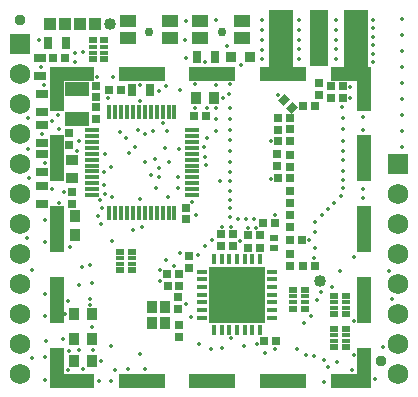
<source format=gbr>
%TF.GenerationSoftware,Altium Limited,Altium Designer,21.4.1 (30)*%
G04 Layer_Color=8388736*
%FSLAX26Y26*%
%MOIN*%
%TF.SameCoordinates,A13BDBB0-CAD7-4838-8454-AA6E24CDD61A*%
%TF.FilePolarity,Negative*%
%TF.FileFunction,Soldermask,Top*%
%TF.Part,Single*%
G01*
G75*
%TA.AperFunction,SMDPad,CuDef*%
%ADD19C,0.040000*%
%ADD28R,0.062992X0.185039*%
%ADD30R,0.040000X0.040000*%
%ADD34R,0.188976X0.188976*%
%ADD37R,0.011811X0.047244*%
%ADD38R,0.047244X0.011811*%
%ADD41R,0.055118X0.041339*%
%TA.AperFunction,FiducialPad,Global*%
%ADD64C,0.037402*%
%TA.AperFunction,SMDPad,CuDef*%
%ADD65R,0.039906X0.029906*%
%ADD68R,0.084646X0.190945*%
%TA.AperFunction,ComponentPad*%
%ADD69C,0.068898*%
%ADD70R,0.068898X0.068898*%
%TA.AperFunction,ViaPad*%
%ADD71C,0.013780*%
%ADD72C,0.029528*%
%ADD73C,0.025591*%
%ADD74C,0.027559*%
%TA.AperFunction,NonConductor*%
%ADD80R,0.084756X0.016737*%
%ADD81R,0.084710X0.016737*%
%TA.AperFunction,SMDPad,CuDef*%
%ADD82R,0.029528X0.025591*%
%ADD83R,0.080709X0.049213*%
%ADD84R,0.037402X0.037402*%
%ADD85R,0.029906X0.039906*%
%ADD86R,0.025591X0.029528*%
%ADD87R,0.146457X0.045276*%
%ADD88R,0.133465X0.045276*%
%ADD89R,0.045276X0.133465*%
%ADD90R,0.045276X0.146457*%
%ADD91R,0.045276X0.155512*%
%ADD92R,0.155512X0.045276*%
%ADD93R,0.039906X0.035906*%
%ADD94R,0.031496X0.019685*%
%ADD95R,0.035433X0.017717*%
%ADD96R,0.017717X0.035433*%
%ADD97R,0.033906X0.039906*%
%ADD98R,0.037402X0.041339*%
%ADD99R,0.025591X0.021654*%
%ADD100R,0.025591X0.017717*%
%ADD101R,0.035906X0.039906*%
G04:AMPARAMS|DCode=102|XSize=25.591mil|YSize=29.528mil|CornerRadius=0mil|HoleSize=0mil|Usage=FLASHONLY|Rotation=315.000|XOffset=0mil|YOffset=0mil|HoleType=Round|Shape=Rectangle|*
%AMROTATEDRECTD102*
4,1,4,-0.019487,-0.001392,0.001392,0.019487,0.019487,0.001392,-0.001392,-0.019487,-0.019487,-0.001392,0.0*
%
%ADD102ROTATEDRECTD102*%

D19*
X1036934Y360043D02*
D03*
X339371Y1214843D02*
D03*
D28*
X1033854Y1170558D02*
D03*
D30*
X289371Y1214843D02*
D03*
X239371D02*
D03*
X189371D02*
D03*
X139371D02*
D03*
D34*
X761969Y313976D02*
D03*
D37*
X336538Y921006D02*
D03*
X356223D02*
D03*
X375908D02*
D03*
X395593D02*
D03*
X415278D02*
D03*
X434964D02*
D03*
X454649D02*
D03*
X474334D02*
D03*
X494019D02*
D03*
X513704D02*
D03*
X533389D02*
D03*
X553074D02*
D03*
Y586360D02*
D03*
X533389D02*
D03*
X513704D02*
D03*
X494019D02*
D03*
X474334D02*
D03*
X454649D02*
D03*
X434964D02*
D03*
X415278D02*
D03*
X395593D02*
D03*
X375908D02*
D03*
X356223D02*
D03*
X336538D02*
D03*
D38*
X612129Y861951D02*
D03*
Y842266D02*
D03*
Y822581D02*
D03*
Y802896D02*
D03*
Y783211D02*
D03*
Y763525D02*
D03*
Y743841D02*
D03*
Y724155D02*
D03*
Y704470D02*
D03*
Y684785D02*
D03*
Y665100D02*
D03*
Y645415D02*
D03*
X277483D02*
D03*
Y665100D02*
D03*
Y684785D02*
D03*
Y704470D02*
D03*
Y724155D02*
D03*
Y743841D02*
D03*
Y763525D02*
D03*
Y783211D02*
D03*
Y802896D02*
D03*
Y822581D02*
D03*
Y842266D02*
D03*
Y861951D02*
D03*
D41*
X637795Y1225394D02*
D03*
X779528D02*
D03*
X637795Y1168307D02*
D03*
X779528D02*
D03*
X539231D02*
D03*
X397499D02*
D03*
X539231Y1225394D02*
D03*
X397499D02*
D03*
D64*
X39372Y1228985D02*
D03*
X1243154Y91281D02*
D03*
D65*
X110237Y981738D02*
D03*
Y921738D02*
D03*
Y780903D02*
D03*
Y720903D02*
D03*
Y616031D02*
D03*
Y676031D02*
D03*
Y819116D02*
D03*
Y879116D02*
D03*
X106290Y1103784D02*
D03*
Y1043784D02*
D03*
D68*
X908038Y1170558D02*
D03*
X1159681D02*
D03*
D69*
X39369Y49999D02*
D03*
Y149999D02*
D03*
X39372Y750002D02*
D03*
Y850002D02*
D03*
Y950002D02*
D03*
Y1050002D02*
D03*
Y650002D02*
D03*
Y550002D02*
D03*
Y450002D02*
D03*
Y350002D02*
D03*
Y250002D02*
D03*
X1299213Y350000D02*
D03*
Y450000D02*
D03*
Y550000D02*
D03*
Y650000D02*
D03*
Y250000D02*
D03*
Y150000D02*
D03*
Y50001D02*
D03*
D70*
X39372Y1150002D02*
D03*
X1299213Y750000D02*
D03*
D71*
X1248205Y139780D02*
D03*
X623906Y579844D02*
D03*
X342387Y142477D02*
D03*
X636198Y148636D02*
D03*
X168940Y864339D02*
D03*
X455659Y756120D02*
D03*
X422294Y806270D02*
D03*
X372047Y856217D02*
D03*
X390822Y836043D02*
D03*
X486807Y764996D02*
D03*
X402399Y787190D02*
D03*
X295585Y1038552D02*
D03*
X346766Y1039580D02*
D03*
X590774Y1225211D02*
D03*
X588038Y1161032D02*
D03*
X505183Y396347D02*
D03*
X590774Y282698D02*
D03*
X505183Y360043D02*
D03*
X331507Y970195D02*
D03*
X228812Y792402D02*
D03*
X233958Y826443D02*
D03*
X102984Y1163707D02*
D03*
X222302Y1118432D02*
D03*
X520630Y803278D02*
D03*
X110237Y849116D02*
D03*
X436830Y960007D02*
D03*
X320844Y783211D02*
D03*
X319247Y722099D02*
D03*
X319491Y678792D02*
D03*
X304620Y627684D02*
D03*
X346454Y639464D02*
D03*
X437317Y631425D02*
D03*
X340877Y739177D02*
D03*
X569974Y797894D02*
D03*
X533585Y757103D02*
D03*
X456510Y848593D02*
D03*
X439842Y1013287D02*
D03*
X482732Y859906D02*
D03*
X527556Y859936D02*
D03*
X432098Y861381D02*
D03*
X564482Y707426D02*
D03*
X443601Y540240D02*
D03*
X344744Y494049D02*
D03*
X308027Y550730D02*
D03*
X414326Y530165D02*
D03*
X612008Y620840D02*
D03*
X711137Y538681D02*
D03*
X654193Y475029D02*
D03*
X677191Y496414D02*
D03*
X204206Y472274D02*
D03*
X144847Y893056D02*
D03*
X502128Y734613D02*
D03*
X311440Y600982D02*
D03*
X297872Y576995D02*
D03*
X320844Y649961D02*
D03*
X491337Y669349D02*
D03*
X513704Y886109D02*
D03*
X532837Y639725D02*
D03*
X125020Y160228D02*
D03*
X727882Y1056301D02*
D03*
X1150081Y111906D02*
D03*
X1079725Y338745D02*
D03*
X1104595Y393802D02*
D03*
X1150081Y439723D02*
D03*
X1310518Y857857D02*
D03*
Y965068D02*
D03*
Y1179489D02*
D03*
X1113427Y696651D02*
D03*
Y726971D02*
D03*
Y763179D02*
D03*
Y792402D02*
D03*
Y827133D02*
D03*
Y865781D02*
D03*
Y902949D02*
D03*
X1113061Y940361D02*
D03*
X691096Y857937D02*
D03*
X690383Y899806D02*
D03*
X655915Y772927D02*
D03*
X736905Y628957D02*
D03*
X736725Y660536D02*
D03*
X736905Y691295D02*
D03*
Y722337D02*
D03*
Y756658D02*
D03*
Y792165D02*
D03*
Y829127D02*
D03*
Y862318D02*
D03*
Y900095D02*
D03*
Y935801D02*
D03*
X967007Y1039580D02*
D03*
X922768Y1040397D02*
D03*
X887104Y1040261D02*
D03*
X850352Y1039172D02*
D03*
X247813Y64700D02*
D03*
X356421Y61306D02*
D03*
X854712Y120329D02*
D03*
X571430Y451226D02*
D03*
X630791Y444163D02*
D03*
X819821Y565207D02*
D03*
X791723Y565054D02*
D03*
X764173Y565162D02*
D03*
X738340Y572273D02*
D03*
X736544Y983275D02*
D03*
X1020770Y470576D02*
D03*
X1022539Y522878D02*
D03*
Y556882D02*
D03*
X1044210Y579442D02*
D03*
X1065350Y598787D02*
D03*
X1085521Y620440D02*
D03*
X1107018Y642094D02*
D03*
X1113427Y667968D02*
D03*
X1139276Y968273D02*
D03*
X621601Y1016653D02*
D03*
X690945Y1012400D02*
D03*
X824521Y536451D02*
D03*
X796978Y537400D02*
D03*
X609703Y239441D02*
D03*
X550064Y409099D02*
D03*
X772417Y492541D02*
D03*
X590552Y1102363D02*
D03*
X690383Y1230006D02*
D03*
X726976Y1141719D02*
D03*
X655915Y1088091D02*
D03*
X773881Y1080763D02*
D03*
X660752Y836318D02*
D03*
X653006Y805174D02*
D03*
X526667Y1010333D02*
D03*
X623047Y937422D02*
D03*
X502128Y993241D02*
D03*
X899390Y980402D02*
D03*
X873668Y700665D02*
D03*
X189392Y248746D02*
D03*
X183071Y166789D02*
D03*
X570863Y996520D02*
D03*
X660439Y936581D02*
D03*
X1215289Y1144489D02*
D03*
Y1087478D02*
D03*
Y1171718D02*
D03*
Y1201500D02*
D03*
Y1230006D02*
D03*
Y1115983D02*
D03*
X1020009Y436406D02*
D03*
X1001425Y496812D02*
D03*
X875523Y824296D02*
D03*
X250004Y1121808D02*
D03*
X233958Y345936D02*
D03*
X277264Y354124D02*
D03*
X712073Y134522D02*
D03*
X740312Y167528D02*
D03*
X674610Y133560D02*
D03*
X437232Y114445D02*
D03*
X396712Y67224D02*
D03*
X221928Y1088091D02*
D03*
X887322Y130951D02*
D03*
X526667Y429264D02*
D03*
X1041147Y322327D02*
D03*
X887322Y579442D02*
D03*
X742280Y538681D02*
D03*
X784339Y143383D02*
D03*
X456626Y67224D02*
D03*
X962304Y133560D02*
D03*
X984573Y218127D02*
D03*
X198820Y292063D02*
D03*
X828182Y147639D02*
D03*
X271776Y300294D02*
D03*
X244762Y406183D02*
D03*
X272523Y413179D02*
D03*
X272067Y280576D02*
D03*
X564682Y668000D02*
D03*
X186314Y655561D02*
D03*
X78062Y394400D02*
D03*
X474648Y710800D02*
D03*
X1276942Y298904D02*
D03*
X1267717Y393802D02*
D03*
X78062Y103623D02*
D03*
X61209Y501917D02*
D03*
X67701Y701365D02*
D03*
X64606Y798809D02*
D03*
X64963Y901936D02*
D03*
X1310518Y1125883D02*
D03*
Y1233094D02*
D03*
Y1072278D02*
D03*
Y1018673D02*
D03*
Y911463D02*
D03*
Y804252D02*
D03*
X1090643Y1097539D02*
D03*
X1090860Y1130845D02*
D03*
Y1163995D02*
D03*
X1090643Y1197223D02*
D03*
Y1230451D02*
D03*
X968151Y1097539D02*
D03*
X967894Y1130845D02*
D03*
X966919Y1163995D02*
D03*
X968888Y1197223D02*
D03*
X968151Y1230451D02*
D03*
X1019681Y107969D02*
D03*
X1094484Y88284D02*
D03*
X1050127Y96927D02*
D03*
X992122Y111906D02*
D03*
X1027555Y296945D02*
D03*
X736905Y600982D02*
D03*
X108332Y1073635D02*
D03*
X121683Y562898D02*
D03*
X1181103Y905873D02*
D03*
Y862488D02*
D03*
X166657Y911765D02*
D03*
X120079Y751073D02*
D03*
X144464Y664702D02*
D03*
X197060Y62303D02*
D03*
X715109Y967813D02*
D03*
X119514Y1012572D02*
D03*
X121683Y487643D02*
D03*
Y314876D02*
D03*
X120851Y242497D02*
D03*
X168940Y620440D02*
D03*
X236489Y129667D02*
D03*
X202096Y127412D02*
D03*
X502087Y705936D02*
D03*
X690383Y934490D02*
D03*
X738345Y1015153D02*
D03*
X843930Y1197223D02*
D03*
Y1163995D02*
D03*
X1008743Y242497D02*
D03*
X1181103Y635204D02*
D03*
Y667036D02*
D03*
X1063603Y71310D02*
D03*
X1050127Y23853D02*
D03*
X1138266Y1006779D02*
D03*
X1150081Y225335D02*
D03*
X843930Y1130767D02*
D03*
X1146477Y62719D02*
D03*
X120851Y107143D02*
D03*
X309915Y93041D02*
D03*
X280711Y128332D02*
D03*
X278032Y204726D02*
D03*
X843930Y1230451D02*
D03*
X1220473Y33231D02*
D03*
X120851Y29287D02*
D03*
X301488Y26444D02*
D03*
X342865D02*
D03*
X704166Y691354D02*
D03*
X657003Y744378D02*
D03*
X843930Y1097539D02*
D03*
D72*
X467786Y1188976D02*
D03*
X711987D02*
D03*
X339371Y1214843D02*
D03*
X239371D02*
D03*
X289371D02*
D03*
X189371D02*
D03*
X139371D02*
D03*
D73*
X1036934Y360043D02*
D03*
D74*
X785584Y243104D02*
D03*
X832828Y290348D02*
D03*
X691096Y384836D02*
D03*
Y290348D02*
D03*
Y337592D02*
D03*
X785584Y290348D02*
D03*
X832828Y243104D02*
D03*
X738340D02*
D03*
X691096D02*
D03*
X738340Y384836D02*
D03*
Y337592D02*
D03*
Y290348D02*
D03*
X785584Y337592D02*
D03*
Y384836D02*
D03*
X832828D02*
D03*
Y337592D02*
D03*
D80*
X1159589Y1074634D02*
D03*
D81*
X908093Y1076865D02*
D03*
D82*
X293032Y970987D02*
D03*
Y1010357D02*
D03*
X292256Y899352D02*
D03*
Y938722D02*
D03*
X565113Y265443D02*
D03*
Y304813D02*
D03*
X1034745Y978893D02*
D03*
Y1018263D02*
D03*
X895285Y780909D02*
D03*
Y741539D02*
D03*
X212008Y655953D02*
D03*
Y616583D02*
D03*
X203032Y811431D02*
D03*
Y850801D02*
D03*
X937824Y448949D02*
D03*
Y409579D02*
D03*
X566790Y173051D02*
D03*
Y212421D02*
D03*
X937253Y779799D02*
D03*
Y740429D02*
D03*
X592516Y564707D02*
D03*
Y604077D02*
D03*
X601278Y441048D02*
D03*
Y401678D02*
D03*
X938024Y578051D02*
D03*
Y538681D02*
D03*
X938439Y620254D02*
D03*
Y659624D02*
D03*
X939069Y864412D02*
D03*
Y903782D02*
D03*
X899084Y903215D02*
D03*
Y863845D02*
D03*
X748129Y514961D02*
D03*
Y475591D02*
D03*
X708101Y515002D02*
D03*
Y475632D02*
D03*
D83*
X228840Y900508D02*
D03*
Y998933D02*
D03*
D84*
X741401Y1106097D02*
D03*
X806362D02*
D03*
D85*
X628228D02*
D03*
X688228D02*
D03*
X131418Y1150996D02*
D03*
X191418D02*
D03*
X410830Y995237D02*
D03*
X470830D02*
D03*
D86*
X1020382Y409618D02*
D03*
X981012D02*
D03*
X897669Y701365D02*
D03*
X937039D02*
D03*
X374804Y994599D02*
D03*
X335434D02*
D03*
X186725Y1103750D02*
D03*
X147355D02*
D03*
X658228Y909494D02*
D03*
X618858D02*
D03*
X1113427Y967813D02*
D03*
X1074057D02*
D03*
Y1008569D02*
D03*
X1113427D02*
D03*
X1020382Y941612D02*
D03*
X981012D02*
D03*
X899390Y824232D02*
D03*
X938760D02*
D03*
X891800Y157726D02*
D03*
X852430D02*
D03*
X528466Y383936D02*
D03*
X567836D02*
D03*
X530156Y343299D02*
D03*
X569526D02*
D03*
X838024Y511067D02*
D03*
X798654D02*
D03*
X838024Y469968D02*
D03*
X798654D02*
D03*
X977394Y497151D02*
D03*
X938024D02*
D03*
X847952Y553791D02*
D03*
X887322D02*
D03*
D87*
X212008Y1050689D02*
D03*
Y26673D02*
D03*
D88*
X1141339D02*
D03*
Y1050689D02*
D03*
D89*
X161418Y70768D02*
D03*
X1185434D02*
D03*
D90*
X161418Y1000098D02*
D03*
X1185434D02*
D03*
D91*
Y295965D02*
D03*
Y532185D02*
D03*
Y768405D02*
D03*
X161418D02*
D03*
Y532185D02*
D03*
Y295965D02*
D03*
D92*
X916142Y26673D02*
D03*
X679922D02*
D03*
X443701D02*
D03*
X679922Y1050689D02*
D03*
X443701D02*
D03*
X916142D02*
D03*
D93*
X211812Y702903D02*
D03*
Y762903D02*
D03*
D94*
X884874Y470576D02*
D03*
Y504040D02*
D03*
D95*
X879095Y237201D02*
D03*
Y262792D02*
D03*
Y288383D02*
D03*
X644843Y237201D02*
D03*
Y262792D02*
D03*
Y288383D02*
D03*
X879095Y365154D02*
D03*
Y390745D02*
D03*
Y339564D02*
D03*
X644843Y365154D02*
D03*
Y339564D02*
D03*
Y313973D02*
D03*
X879095D02*
D03*
X644843Y390745D02*
D03*
D96*
X838737Y196850D02*
D03*
X813147D02*
D03*
X787556D02*
D03*
X736375D02*
D03*
X710784D02*
D03*
X685194D02*
D03*
X736375Y431102D02*
D03*
X710784D02*
D03*
X685194D02*
D03*
X813147D02*
D03*
X838737D02*
D03*
X787556D02*
D03*
X761966D02*
D03*
Y196850D02*
D03*
D97*
X220473Y575308D02*
D03*
Y511308D02*
D03*
D98*
X521413Y218326D02*
D03*
Y273444D02*
D03*
X478106D02*
D03*
Y218326D02*
D03*
D99*
X1125838Y199515D02*
D03*
Y138491D02*
D03*
X1086468D02*
D03*
Y199515D02*
D03*
X987236Y267166D02*
D03*
Y328190D02*
D03*
X947866D02*
D03*
Y267166D02*
D03*
X1086468Y310590D02*
D03*
Y249566D02*
D03*
X1125838D02*
D03*
Y310590D02*
D03*
X371510Y455839D02*
D03*
Y394815D02*
D03*
X410881D02*
D03*
Y455839D02*
D03*
X280314Y1160994D02*
D03*
Y1099970D02*
D03*
X319684D02*
D03*
Y1160994D02*
D03*
D100*
X1125838Y178845D02*
D03*
Y159161D02*
D03*
X1086468D02*
D03*
Y178845D02*
D03*
X987236Y287836D02*
D03*
Y307521D02*
D03*
X947866D02*
D03*
Y287836D02*
D03*
X1086468Y289920D02*
D03*
Y270235D02*
D03*
X1125838D02*
D03*
Y289920D02*
D03*
X371510Y435169D02*
D03*
Y415484D02*
D03*
X410881D02*
D03*
Y435169D02*
D03*
X280314Y1140324D02*
D03*
Y1120639D02*
D03*
X319684D02*
D03*
Y1140324D02*
D03*
D101*
X278032Y166168D02*
D03*
X218032D02*
D03*
X279356Y249314D02*
D03*
X219357D02*
D03*
X279356Y93518D02*
D03*
X219357D02*
D03*
X623543Y968561D02*
D03*
X683543D02*
D03*
D102*
X917286Y963640D02*
D03*
X945125Y935801D02*
D03*
%TF.MD5,7aad8c6b5eff2302e67cd2310b3754a6*%
M02*

</source>
